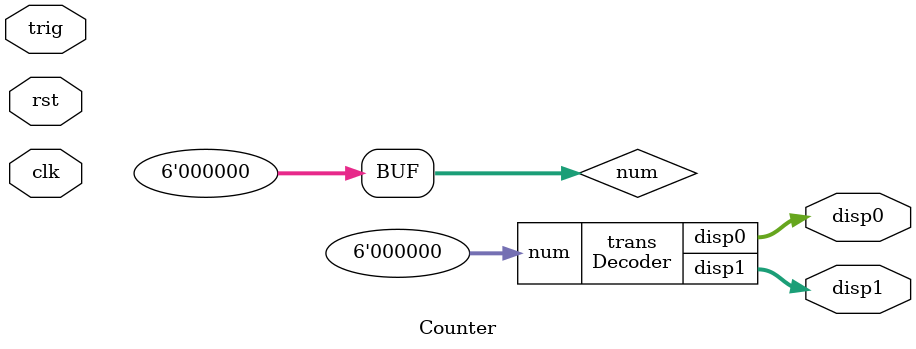
<source format=sv>

module DFlipflop (
    input data, clk, rst,
    output reg q, nq
);
initial begin
    q   <= 0;
    nq  <= 1;
end
always @(posedge rst or posedge clk) begin
    if (rst) begin
        q   <= 0;
        nq  <= 1;
    end
    else begin
        q    <= data;
        nq   <= ~data;
    end
end
endmodule

/* async counter with mod 64
 */
module Counter64 (
    input clk, rst,
    output[5:0] num
);
    // use 6 D flip-flop in series (2 ** 6 == 64)
    // the 6 Q ports of DFF serves as output num
    logic nq[5:0];
    DFlipflop d5(.data(nq[5]), .clk(clk),   .rst(rst), .q(num[0]), .nq(nq[5]));
    DFlipflop d4(.data(nq[4]), .clk(nq[5]), .rst(rst), .q(num[1]), .nq(nq[4]));
    DFlipflop d3(.data(nq[3]), .clk(nq[4]), .rst(rst), .q(num[2]), .nq(nq[3]));
    DFlipflop d2(.data(nq[2]), .clk(nq[3]), .rst(rst), .q(num[3]), .nq(nq[2]));
    DFlipflop d1(.data(nq[1]), .clk(nq[2]), .rst(rst), .q(num[4]), .nq(nq[1]));
    DFlipflop d0(.data(nq[0]), .clk(nq[1]), .rst(rst), .q(num[5]), .nq(nq[0]));
endmodule

/* judge whether 6-bit number x and y are equal
 */
module Equal6Bits (
    input[5:0] x, y,
    output flag
);
    logic[5:0] tmp;
    assign tmp = ~(x ^ y);
    assign flag = tmp[5] & tmp[4] & tmp[3] & tmp[2] & tmp[1] & tmp[0];
endmodule

/* Counter with mod X
 * X is a 6-bit binary number ( 2 <= X <= 64 )
 * implemented by Counter64
 */
module CounterX (
    input clk, rst,
    input[5:0] x,
    output[5:0] num
);
    logic same = 0, need_to_ret = 0;

    /* when the Counter64 needs to be reset?
     * posedge of rst (when the user pushes the button)
     * or, posedge of (need_to_ret & clk)
     * i.e. need_to_ret == 1 and the posedge of clk arrives
     */
    Counter64 c64(.clk(clk), .rst(rst | need_to_ret & clk), .num(num));

    // when num reaches x, same goes to 1
    Equal6Bits equal(.x(x), .y(num), .flag(same));

    /* use a D flip-flop as a holder to store the signal of event that num reaches x
     * use same as the data for DFF
     * the holder is triggered when clk 1 -> 0
     * need_to_ret == 1 means the counter needs to return to 0 when the following posedge arrives
     */
    DFlipflop holder(.data(same), .clk(~clk), .rst(rst), .q(need_to_ret));

endmodule

/* Decode a 6-bit binary number
 * to double digit decimal number
 */
module Decoder (
    input[5:0] num,
    output reg[6:0] disp0, disp1
);
    assign disp0 = four_bits_decoder(num % 6'd10);
    assign disp1 = four_bits_decoder(num / 6'd10);

    function logic[6:0] four_bits_decoder(
        logic[3:0] number
    );
        case(number)
            4'h0:   four_bits_decoder = 7'b1111110;
            4'h1:   four_bits_decoder = 7'b0110000;
            4'h2:   four_bits_decoder = 7'b1101101;
            4'h3:   four_bits_decoder = 7'b1111001;
            4'h4:   four_bits_decoder = 7'b0110011;
            4'h5:   four_bits_decoder = 7'b1011011;
            4'h6:   four_bits_decoder = 7'b1011111;
            4'h7:   four_bits_decoder = 7'b1110000;
            4'h8:   four_bits_decoder = 7'b1111111;
            4'h9:   four_bits_decoder = 7'b1110011;
            4'ha:   four_bits_decoder = 7'b1110111;
            4'hb:   four_bits_decoder = 7'b0011111;
            4'hc:   four_bits_decoder = 7'b1001110;
            4'hd:   four_bits_decoder = 7'b0111101;
            4'he:   four_bits_decoder = 7'b1001111;
            4'hf:   four_bits_decoder = 7'b1000111;
            default:
                    four_bits_decoder = 7'bx;
        endcase
    endfunction
endmodule


module Counter (
    input clk, rst, trig,
    output[6:0] disp1, disp0
);
    /* start or pause
     * on == 1, continue
     * on == 0, pause
     */
    logic on = 0;
    always @(posedge trig) begin
        on = ~on;
    end

    /* generate signal myClk with alternate 0 and 1
     * 0 -- 0.5s --> 1 -- 0.5s --> 0 -- 0.5s --> 1
     */
    logic myClk = 0;
    int cc = 0;
    always @(posedge clk) begin
        cc++;
        if (cc == 1_000_000) begin
            myClk = 1;
        end
        else if (cc == 2_000_000) begin
            myClk = 0;
            cc = 0;
        end
    end

    /* instantiate a Counter40
     * send the counter a posedge only when (on & myClk) == 1
     */
    logic[5:0] num = 0;
    CounterX counter40(.clk(on & myClk), .rst(rst), .x(6'd39), .num(num));

    // decode the 6-bit num to outputs for display
    Decoder trans(.num(num), .disp1(disp1), .disp0(disp0));

endmodule
</source>
